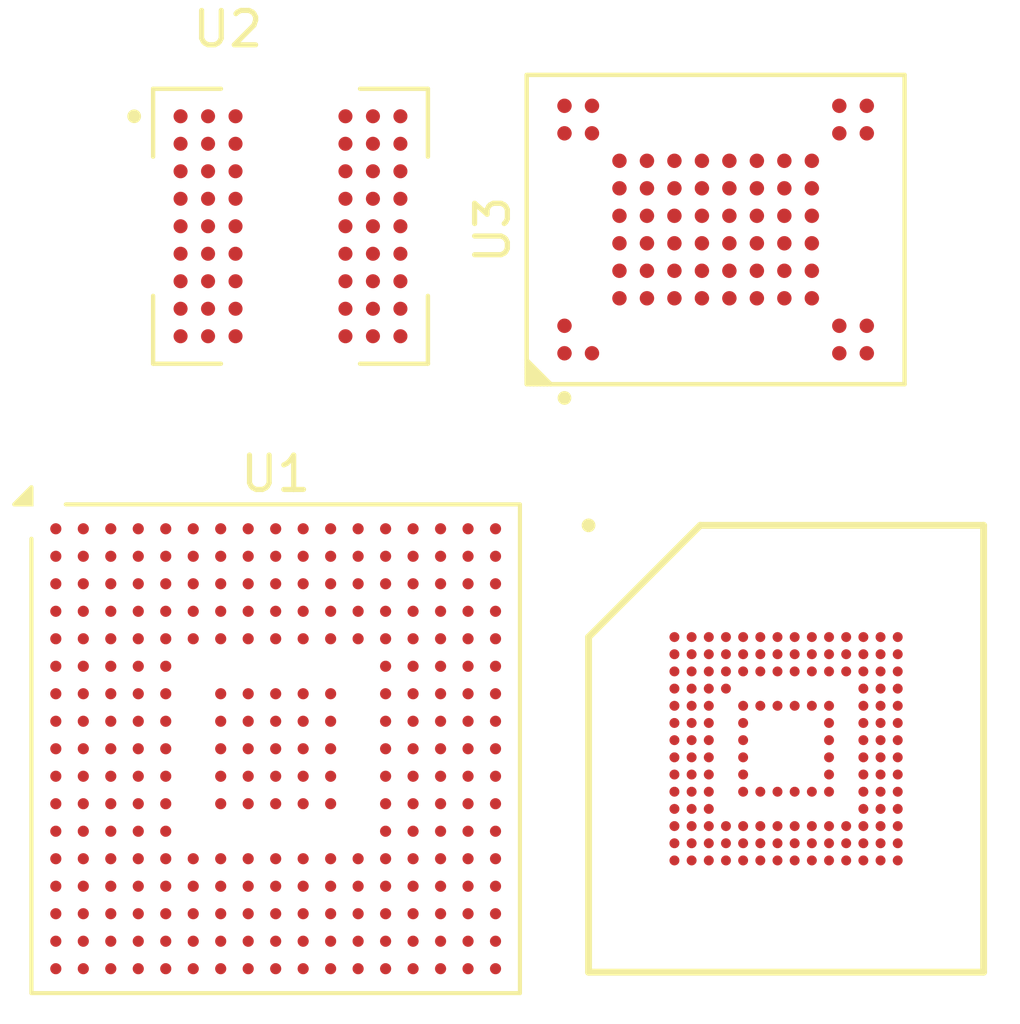
<source format=kicad_pcb>
(kicad_pcb (version 20240108) (generator "pcbnew") (generator_version "8.0")
  (layers (0 "F.Cu" signal) (31 "B.Cu" signal) (34 "B.Paste" user) (35 "F.Paste" user) (36 "B.SilkS" user "B.Silkscreen") (37 "F.SilkS" user "F.Silkscreen") (38 "B.Mask" user) (39 "F.Mask" user) (44 "Edge.Cuts" user))
  (net 0 "")
  (net 189 "GND")
  (net 190 "+3V3")
  (net 191 "Net-(C29-Pad1)")
  (net 192 "Net-(U1C-VCAP)")
  (net 194 "/Memory/FMC_DQMH")
  (net 195 "/Memory/FMC_BA0")
  (net 196 "/Memory/FMC_A5")
  (net 197 "/Memory/FMC_A12")
  (net 198 "/Memory/FMC_DQ2")
  (net 199 "/Memory/FMC_A7")
  (net 200 "/Memory/FMC_DQ15")
  (net 201 "/Memory/FMC_A0")
  (net 202 "/Memory/FMC_DQ5")
  (net 203 "/Memory/FMC_DQ10")
  (net 204 "/Memory/FMC_DQ0")
  (net 205 "/Memory/FMC_CLK")
  (net 206 "/Memory/FMC_A9")
  (net 207 "/Memory/FMC_DQ3")
  (net 208 "/Memory/FMC_A10")
  (net 209 "/Memory/~{FMC_RAS}")
  (net 210 "/Memory/FMC_BA1")
  (net 211 "/Memory/FMC_A2")
  (net 212 "/Memory/FMC_DQ8")
  (net 213 "/Memory/FMC_DQ7")
  (net 214 "/Memory/FMC_A4")
  (net 215 "/Memory/FMC_A8")
  (net 216 "/Memory/FMC_DQ12")
  (net 217 "/Memory/FMC_DQ11")
  (net 218 "/Memory/FMC_DQ6")
  (net 219 "/Memory/FMC_CKE")
  (net 220 "/Memory/FMC_A3")
  (net 221 "/Memory/FMC_DQ1")
  (net 222 "/Memory/FMC_DQML")
  (net 223 "/Memory/~{FMC_WE}")
  (net 224 "/Memory/~{FMC_CAS}")
  (net 225 "/Memory/FMC_A11")
  (net 226 "/Memory/FMC_DQ9")
  (net 227 "/Memory/FMC_DQ14")
  (net 228 "/Memory/FMC_A6")
  (net 229 "/Memory/~{FMC_CS}")
  (net 230 "/Memory/FMC_A1")
  (net 231 "/Memory/FMC_DQ13")
  (net 232 "/Memory/FMC_DQ4")
  (net 235 "/Memory/IO5")
  (net 237 "/Memory/IO6")
  (net 238 "/Memory/IO0")
  (net 239 "/Memory/IO1")
  (net 242 "/Memory/CLE")
  (net 244 "/Memory/~{RB}")
  (net 246 "/Memory/~{WP}")
  (net 247 "/Memory/PT")
  (net 250 "/Memory/~{RE}")
  (net 254 "/Memory/~{WE}")
  (net 260 "/Memory/IO4")
  (net 265 "/Memory/~{CE}")
  (net 268 "/Memory/ALE")
  (net 270 "/Memory/IO7")
  (net 275 "/Memory/IO3")
  (net 286 "/Memory/IO2")
  (net 288 "/Memory/EMMC_DAT4")
  (net 300 "/Memory/EMMC_DAT6")
  (net 303 "/Memory/~{EMMC_RST}")
  (net 314 "/Memory/EMMC_STB")
  (net 322 "/Memory/EMMC_DAT2")
  (net 323 "/Memory/EMMC_DAT1")
  (net 325 "/Memory/EMMC_CMD")
  (net 333 "/Memory/EMMC_DAT5")
  (net 343 "/Memory/EMMC_DAT7")
  (net 388 "/Memory/EMMC_DAT3")
  (net 391 "/Memory/EMMC_CLK")
  (net 406 "/Memory/EMMC_DAT0")
  (footprint "Package_BGA:TFBGA-265_14x14mm_Layout17x17_P0.8mm" (layer "F.Cu") (at 142.926 110.2618)
    (property "Reference" "U1" (at 0 -8 0) (layer "F.SilkS"))
    (property "Value" "STM32H743XIH6" (hide yes))
    (pad "A1" smd circle (at -6.4 -6.4) (size 0.325 0.325) (property pad_prop_bga) (layers "F.Cu" "F.Paste" "F.Mask") (net 189 "GND"))
    (pad "A2" smd circle (at -5.6 -6.4) (size 0.325 0.325) (property pad_prop_bga) (layers "F.Cu" "F.Paste" "F.Mask"))
    (pad "A3" smd circle (at -4.8 -6.4) (size 0.325 0.325) (property pad_prop_bga) (layers "F.Cu" "F.Paste" "F.Mask"))
    (pad "A4" smd circle (at -4 -6.4) (size 0.325 0.325) (property pad_prop_bga) (layers "F.Cu" "F.Paste" "F.Mask"))
    (pad "A5" smd circle (at -3.2 -6.4) (size 0.325 0.325) (property pad_prop_bga) (layers "F.Cu" "F.Paste" "F.Mask"))
    (pad "A6" smd circle (at -2.4 -6.4) (size 0.325 0.325) (property pad_prop_bga) (layers "F.Cu" "F.Paste" "F.Mask") (net 190 "+3V3"))
    (pad "A7" smd circle (at -1.6 -6.4) (size 0.325 0.325) (property pad_prop_bga) (layers "F.Cu" "F.Paste" "F.Mask") (net 191 "Net-(C29-Pad1)"))
    (pad "A8" smd circle (at -0.8 -6.4) (size 0.325 0.325) (property pad_prop_bga) (layers "F.Cu" "F.Paste" "F.Mask"))
    (pad "A9" smd circle (at 0 -6.4) (size 0.325 0.325) (property pad_prop_bga) (layers "F.Cu" "F.Paste" "F.Mask"))
    (pad "A10" smd circle (at 0.8 -6.4) (size 0.325 0.325) (property pad_prop_bga) (layers "F.Cu" "F.Paste" "F.Mask"))
    (pad "A11" smd circle (at 1.6 -6.4) (size 0.325 0.325) (property pad_prop_bga) (layers "F.Cu" "F.Paste" "F.Mask"))
    (pad "A12" smd circle (at 2.4 -6.4) (size 0.325 0.325) (property pad_prop_bga) (layers "F.Cu" "F.Paste" "F.Mask"))
    (pad "A13" smd circle (at 3.2 -6.4) (size 0.325 0.325) (property pad_prop_bga) (layers "F.Cu" "F.Paste" "F.Mask"))
    (pad "A14" smd circle (at 4 -6.4) (size 0.325 0.325) (property pad_prop_bga) (layers "F.Cu" "F.Paste" "F.Mask"))
    (pad "A15" smd circle (at 4.8 -6.4) (size 0.325 0.325) (property pad_prop_bga) (layers "F.Cu" "F.Paste" "F.Mask"))
    (pad "A16" smd circle (at 5.6 -6.4) (size 0.325 0.325) (property pad_prop_bga) (layers "F.Cu" "F.Paste" "F.Mask"))
    (pad "A17" smd circle (at 6.4 -6.4) (size 0.325 0.325) (property pad_prop_bga) (layers "F.Cu" "F.Paste" "F.Mask") (net 189 "GND"))
    (pad "B1" smd circle (at -6.4 -5.6) (size 0.325 0.325) (property pad_prop_bga) (layers "F.Cu" "F.Paste" "F.Mask"))
    (pad "B2" smd circle (at -5.6 -5.6) (size 0.325 0.325) (property pad_prop_bga) (layers "F.Cu" "F.Paste" "F.Mask") (net 189 "GND"))
    (pad "B3" smd circle (at -4.8 -5.6) (size 0.325 0.325) (property pad_prop_bga) (layers "F.Cu" "F.Paste" "F.Mask"))
    (pad "B4" smd circle (at -4 -5.6) (size 0.325 0.325) (property pad_prop_bga) (layers "F.Cu" "F.Paste" "F.Mask"))
    (pad "B5" smd circle (at -3.2 -5.6) (size 0.325 0.325) (property pad_prop_bga) (layers "F.Cu" "F.Paste" "F.Mask"))
    (pad "B6" smd circle (at -2.4 -5.6) (size 0.325 0.325) (property pad_prop_bga) (layers "F.Cu" "F.Paste" "F.Mask") (net 189 "GND"))
    (pad "B7" smd circle (at -1.6 -5.6) (size 0.325 0.325) (property pad_prop_bga) (layers "F.Cu" "F.Paste" "F.Mask"))
    (pad "B8" smd circle (at -0.8 -5.6) (size 0.325 0.325) (property pad_prop_bga) (layers "F.Cu" "F.Paste" "F.Mask"))
    (pad "B9" smd circle (at 0 -5.6) (size 0.325 0.325) (property pad_prop_bga) (layers "F.Cu" "F.Paste" "F.Mask"))
    (pad "B10" smd circle (at 0.8 -5.6) (size 0.325 0.325) (property pad_prop_bga) (layers "F.Cu" "F.Paste" "F.Mask"))
    (pad "B11" smd circle (at 1.6 -5.6) (size 0.325 0.325) (property pad_prop_bga) (layers "F.Cu" "F.Paste" "F.Mask"))
    (pad "B12" smd circle (at 2.4 -5.6) (size 0.325 0.325) (property pad_prop_bga) (layers "F.Cu" "F.Paste" "F.Mask"))
    (pad "B13" smd circle (at 3.2 -5.6) (size 0.325 0.325) (property pad_prop_bga) (layers "F.Cu" "F.Paste" "F.Mask"))
    (pad "B14" smd circle (at 4 -5.6) (size 0.325 0.325) (property pad_prop_bga) (layers "F.Cu" "F.Paste" "F.Mask"))
    (pad "B15" smd circle (at 4.8 -5.6) (size 0.325 0.325) (property pad_prop_bga) (layers "F.Cu" "F.Paste" "F.Mask"))
    (pad "B16" smd circle (at 5.6 -5.6) (size 0.325 0.325) (property pad_prop_bga) (layers "F.Cu" "F.Paste" "F.Mask"))
    (pad "B17" smd circle (at 6.4 -5.6) (size 0.325 0.325) (property pad_prop_bga) (layers "F.Cu" "F.Paste" "F.Mask"))
    (pad "C1" smd circle (at -6.4 -4.8) (size 0.325 0.325) (property pad_prop_bga) (layers "F.Cu" "F.Paste" "F.Mask"))
    (pad "C2" smd circle (at -5.6 -4.8) (size 0.325 0.325) (property pad_prop_bga) (layers "F.Cu" "F.Paste" "F.Mask"))
    (pad "C3" smd circle (at -4.8 -4.8) (size 0.325 0.325) (property pad_prop_bga) (layers "F.Cu" "F.Paste" "F.Mask"))
    (pad "C4" smd circle (at -4 -4.8) (size 0.325 0.325) (property pad_prop_bga) (layers "F.Cu" "F.Paste" "F.Mask"))
    (pad "C5" smd circle (at -3.2 -4.8) (size 0.325 0.325) (property pad_prop_bga) (layers "F.Cu" "F.Paste" "F.Mask"))
    (pad "C6" smd circle (at -2.4 -4.8) (size 0.325 0.325) (property pad_prop_bga) (layers "F.Cu" "F.Paste" "F.Mask"))
    (pad "C7" smd circle (at -1.6 -4.8) (size 0.325 0.325) (property pad_prop_bga) (layers "F.Cu" "F.Paste" "F.Mask"))
    (pad "C8" smd circle (at -0.8 -4.8) (size 0.325 0.325) (property pad_prop_bga) (layers "F.Cu" "F.Paste" "F.Mask"))
    (pad "C9" smd circle (at 0 -4.8) (size 0.325 0.325) (property pad_prop_bga) (layers "F.Cu" "F.Paste" "F.Mask"))
    (pad "C10" smd circle (at 0.8 -4.8) (size 0.325 0.325) (property pad_prop_bga) (layers "F.Cu" "F.Paste" "F.Mask") (net 189 "GND"))
    (pad "C11" smd circle (at 1.6 -4.8) (size 0.325 0.325) (property pad_prop_bga) (layers "F.Cu" "F.Paste" "F.Mask"))
    (pad "C12" smd circle (at 2.4 -4.8) (size 0.325 0.325) (property pad_prop_bga) (layers "F.Cu" "F.Paste" "F.Mask"))
    (pad "C13" smd circle (at 3.2 -4.8) (size 0.325 0.325) (property pad_prop_bga) (layers "F.Cu" "F.Paste" "F.Mask") (net 189 "GND"))
    (pad "C14" smd circle (at 4 -4.8) (size 0.325 0.325) (property pad_prop_bga) (layers "F.Cu" "F.Paste" "F.Mask"))
    (pad "C15" smd circle (at 4.8 -4.8) (size 0.325 0.325) (property pad_prop_bga) (layers "F.Cu" "F.Paste" "F.Mask"))
    (pad "C16" smd circle (at 5.6 -4.8) (size 0.325 0.325) (property pad_prop_bga) (layers "F.Cu" "F.Paste" "F.Mask") (net 189 "GND"))
    (pad "C17" smd circle (at 6.4 -4.8) (size 0.325 0.325) (property pad_prop_bga) (layers "F.Cu" "F.Paste" "F.Mask") (net 190 "+3V3"))
    (pad "D1" smd circle (at -6.4 -4) (size 0.325 0.325) (property pad_prop_bga) (layers "F.Cu" "F.Paste" "F.Mask"))
    (pad "D2" smd circle (at -5.6 -4) (size 0.325 0.325) (property pad_prop_bga) (layers "F.Cu" "F.Paste" "F.Mask"))
    (pad "D3" smd circle (at -4.8 -4) (size 0.325 0.325) (property pad_prop_bga) (layers "F.Cu" "F.Paste" "F.Mask"))
    (pad "D4" smd circle (at -4 -4) (size 0.325 0.325) (property pad_prop_bga) (layers "F.Cu" "F.Paste" "F.Mask"))
    (pad "D5" smd circle (at -3.2 -4) (size 0.325 0.325) (property pad_prop_bga) (layers "F.Cu" "F.Paste" "F.Mask"))
    (pad "D6" smd circle (at -2.4 -4) (size 0.325 0.325) (property pad_prop_bga) (layers "F.Cu" "F.Paste" "F.Mask"))
    (pad "D7" smd circle (at -1.6 -4) (size 0.325 0.325) (property pad_prop_bga) (layers "F.Cu" "F.Paste" "F.Mask"))
    (pad "D8" smd circle (at -0.8 -4) (size 0.325 0.325) (property pad_prop_bga) (layers "F.Cu" "F.Paste" "F.Mask"))
    (pad "D9" smd circle (at 0 -4) (size 0.325 0.325) (property pad_prop_bga) (layers "F.Cu" "F.Paste" "F.Mask"))
    (pad "D10" smd circle (at 0.8 -4) (size 0.325 0.325) (property pad_prop_bga) (layers "F.Cu" "F.Paste" "F.Mask"))
    (pad "D11" smd circle (at 1.6 -4) (size 0.325 0.325) (property pad_prop_bga) (layers "F.Cu" "F.Paste" "F.Mask"))
    (pad "D12" smd circle (at 2.4 -4) (size 0.325 0.325) (property pad_prop_bga) (layers "F.Cu" "F.Paste" "F.Mask"))
    (pad "D13" smd circle (at 3.2 -4) (size 0.325 0.325) (property pad_prop_bga) (layers "F.Cu" "F.Paste" "F.Mask"))
    (pad "D14" smd circle (at 4 -4) (size 0.325 0.325) (property pad_prop_bga) (layers "F.Cu" "F.Paste" "F.Mask"))
    (pad "D15" smd circle (at 4.8 -4) (size 0.325 0.325) (property pad_prop_bga) (layers "F.Cu" "F.Paste" "F.Mask"))
    (pad "D16" smd circle (at 5.6 -4) (size 0.325 0.325) (property pad_prop_bga) (layers "F.Cu" "F.Paste" "F.Mask"))
    (pad "D17" smd circle (at 6.4 -4) (size 0.325 0.325) (property pad_prop_bga) (layers "F.Cu" "F.Paste" "F.Mask") (net 191 "Net-(C29-Pad1)"))
    (pad "E1" smd circle (at -6.4 -3.2) (size 0.325 0.325) (property pad_prop_bga) (layers "F.Cu" "F.Paste" "F.Mask"))
    (pad "E2" smd circle (at -5.6 -3.2) (size 0.325 0.325) (property pad_prop_bga) (layers "F.Cu" "F.Paste" "F.Mask"))
    (pad "E3" smd circle (at -4.8 -3.2) (size 0.325 0.325) (property pad_prop_bga) (layers "F.Cu" "F.Paste" "F.Mask"))
    (pad "E4" smd circle (at -4 -3.2) (size 0.325 0.325) (property pad_prop_bga) (layers "F.Cu" "F.Paste" "F.Mask"))
    (pad "E5" smd circle (at -3.2 -3.2) (size 0.325 0.325) (property pad_prop_bga) (layers "F.Cu" "F.Paste" "F.Mask"))
    (pad "E6" smd circle (at -2.4 -3.2) (size 0.325 0.325) (property pad_prop_bga) (layers "F.Cu" "F.Paste" "F.Mask") (net 190 "+3V3"))
    (pad "E7" smd circle (at -1.6 -3.2) (size 0.325 0.325) (property pad_prop_bga) (layers "F.Cu" "F.Paste" "F.Mask"))
    (pad "E8" smd circle (at -0.8 -3.2) (size 0.325 0.325) (property pad_prop_bga) (layers "F.Cu" "F.Paste" "F.Mask"))
    (pad "E9" smd circle (at 0 -3.2) (size 0.325 0.325) (property pad_prop_bga) (layers "F.Cu" "F.Paste" "F.Mask") (net 190 "+3V3"))
    (pad "E10" smd circle (at 0.8 -3.2) (size 0.325 0.325) (property pad_prop_bga) (layers "F.Cu" "F.Paste" "F.Mask"))
    (pad "E11" smd circle (at 1.6 -3.2) (size 0.325 0.325) (property pad_prop_bga) (layers "F.Cu" "F.Paste" "F.Mask") (net 190 "+3V3"))
    (pad "E12" smd circle (at 2.4 -3.2) (size 0.325 0.325) (property pad_prop_bga) (layers "F.Cu" "F.Paste" "F.Mask"))
    (pad "E13" smd circle (at 3.2 -3.2) (size 0.325 0.325) (property pad_prop_bga) (layers "F.Cu" "F.Paste" "F.Mask"))
    (pad "E14" smd circle (at 4 -3.2) (size 0.325 0.325) (property pad_prop_bga) (layers "F.Cu" "F.Paste" "F.Mask"))
    (pad "E15" smd circle (at 4.8 -3.2) (size 0.325 0.325) (property pad_prop_bga) (layers "F.Cu" "F.Paste" "F.Mask"))
    (pad "E16" smd circle (at 5.6 -3.2) (size 0.325 0.325) (property pad_prop_bga) (layers "F.Cu" "F.Paste" "F.Mask"))
    (pad "E17" smd circle (at 6.4 -3.2) (size 0.325 0.325) (property pad_prop_bga) (layers "F.Cu" "F.Paste" "F.Mask"))
    (pad "F1" smd circle (at -6.4 -2.4) (size 0.325 0.325) (property pad_prop_bga) (layers "F.Cu" "F.Paste" "F.Mask"))
    (pad "F2" smd circle (at -5.6 -2.4) (size 0.325 0.325) (property pad_prop_bga) (layers "F.Cu" "F.Paste" "F.Mask") (net 189 "GND"))
    (pad "F3" smd circle (at -4.8 -2.4) (size 0.325 0.325) (property pad_prop_bga) (layers "F.Cu" "F.Paste" "F.Mask"))
    (pad "F4" smd circle (at -4 -2.4) (size 0.325 0.325) (property pad_prop_bga) (layers "F.Cu" "F.Paste" "F.Mask"))
    (pad "F5" smd circle (at -3.2 -2.4) (size 0.325 0.325) (property pad_prop_bga) (layers "F.Cu" "F.Paste" "F.Mask") (net 190 "+3V3"))
    (pad "F13" smd circle (at 3.2 -2.4) (size 0.325 0.325) (property pad_prop_bga) (layers "F.Cu" "F.Paste" "F.Mask"))
    (pad "F14" smd circle (at 4 -2.4) (size 0.325 0.325) (property pad_prop_bga) (layers "F.Cu" "F.Paste" "F.Mask"))
    (pad "F15" smd circle (at 4.8 -2.4) (size 0.325 0.325) (property pad_prop_bga) (layers "F.Cu" "F.Paste" "F.Mask"))
    (pad "F16" smd circle (at 5.6 -2.4) (size 0.325 0.325) (property pad_prop_bga) (layers "F.Cu" "F.Paste" "F.Mask"))
    (pad "F17" smd circle (at 6.4 -2.4) (size 0.325 0.325) (property pad_prop_bga) (layers "F.Cu" "F.Paste" "F.Mask") (net 190 "+3V3"))
    (pad "G1" smd circle (at -6.4 -1.6) (size 0.325 0.325) (property pad_prop_bga) (layers "F.Cu" "F.Paste" "F.Mask"))
    (pad "G2" smd circle (at -5.6 -1.6) (size 0.325 0.325) (property pad_prop_bga) (layers "F.Cu" "F.Paste" "F.Mask"))
    (pad "G3" smd circle (at -4.8 -1.6) (size 0.325 0.325) (property pad_prop_bga) (layers "F.Cu" "F.Paste" "F.Mask"))
    (pad "G4" smd circle (at -4 -1.6) (size 0.325 0.325) (property pad_prop_bga) (layers "F.Cu" "F.Paste" "F.Mask"))
    (pad "G5" smd circle (at -3.2 -1.6) (size 0.325 0.325) (property pad_prop_bga) (layers "F.Cu" "F.Paste" "F.Mask") (net 190 "+3V3"))
    (pad "G7" smd circle (at -1.6 -1.6) (size 0.325 0.325) (property pad_prop_bga) (layers "F.Cu" "F.Paste" "F.Mask") (net 189 "GND"))
    (pad "G8" smd circle (at -0.8 -1.6) (size 0.325 0.325) (property pad_prop_bga) (layers "F.Cu" "F.Paste" "F.Mask") (net 189 "GND"))
    (pad "G9" smd circle (at 0 -1.6) (size 0.325 0.325) (property pad_prop_bga) (layers "F.Cu" "F.Paste" "F.Mask") (net 189 "GND"))
    (pad "G10" smd circle (at 0.8 -1.6) (size 0.325 0.325) (property pad_prop_bga) (layers "F.Cu" "F.Paste" "F.Mask") (net 189 "GND"))
    (pad "G11" smd circle (at 1.6 -1.6) (size 0.325 0.325) (property pad_prop_bga) (layers "F.Cu" "F.Paste" "F.Mask") (net 189 "GND"))
    (pad "G13" smd circle (at 3.2 -1.6) (size 0.325 0.325) (property pad_prop_bga) (layers "F.Cu" "F.Paste" "F.Mask") (net 190 "+3V3"))
    (pad "G14" smd circle (at 4 -1.6) (size 0.325 0.325) (property pad_prop_bga) (layers "F.Cu" "F.Paste" "F.Mask"))
    (pad "G15" smd circle (at 4.8 -1.6) (size 0.325 0.325) (property pad_prop_bga) (layers "F.Cu" "F.Paste" "F.Mask"))
    (pad "G16" smd circle (at 5.6 -1.6) (size 0.325 0.325) (property pad_prop_bga) (layers "F.Cu" "F.Paste" "F.Mask") (net 189 "GND"))
    (pad "G17" smd circle (at 6.4 -1.6) (size 0.325 0.325) (property pad_prop_bga) (layers "F.Cu" "F.Paste" "F.Mask") (net 190 "+3V3"))
    (pad "H1" smd circle (at -6.4 -0.8) (size 0.325 0.325) (property pad_prop_bga) (layers "F.Cu" "F.Paste" "F.Mask"))
    (pad "H2" smd circle (at -5.6 -0.8) (size 0.325 0.325) (property pad_prop_bga) (layers "F.Cu" "F.Paste" "F.Mask"))
    (pad "H3" smd circle (at -4.8 -0.8) (size 0.325 0.325) (property pad_prop_bga) (layers "F.Cu" "F.Paste" "F.Mask"))
    (pad "H4" smd circle (at -4 -0.8) (size 0.325 0.325) (property pad_prop_bga) (layers "F.Cu" "F.Paste" "F.Mask"))
    (pad "H5" smd circle (at -3.2 -0.8) (size 0.325 0.325) (property pad_prop_bga) (layers "F.Cu" "F.Paste" "F.Mask") (net 190 "+3V3"))
    (pad "H7" smd circle (at -1.6 -0.8) (size 0.325 0.325) (property pad_prop_bga) (layers "F.Cu" "F.Paste" "F.Mask") (net 189 "GND"))
    (pad "H8" smd circle (at -0.8 -0.8) (size 0.325 0.325) (property pad_prop_bga) (layers "F.Cu" "F.Paste" "F.Mask") (net 189 "GND"))
    (pad "H9" smd circle (at 0 -0.8) (size 0.325 0.325) (property pad_prop_bga) (layers "F.Cu" "F.Paste" "F.Mask") (net 189 "GND"))
    (pad "H10" smd circle (at 0.8 -0.8) (size 0.325 0.325) (property pad_prop_bga) (layers "F.Cu" "F.Paste" "F.Mask") (net 189 "GND"))
    (pad "H11" smd circle (at 1.6 -0.8) (size 0.325 0.325) (property pad_prop_bga) (layers "F.Cu" "F.Paste" "F.Mask") (net 189 "GND"))
    (pad "H13" smd circle (at 3.2 -0.8) (size 0.325 0.325) (property pad_prop_bga) (layers "F.Cu" "F.Paste" "F.Mask") (net 190 "+3V3"))
    (pad "H14" smd circle (at 4 -0.8) (size 0.325 0.325) (property pad_prop_bga) (layers "F.Cu" "F.Paste" "F.Mask"))
    (pad "H15" smd circle (at 4.8 -0.8) (size 0.325 0.325) (property pad_prop_bga) (layers "F.Cu" "F.Paste" "F.Mask"))
    (pad "H16" smd circle (at 5.6 -0.8) (size 0.325 0.325) (property pad_prop_bga) (layers "F.Cu" "F.Paste" "F.Mask"))
    (pad "H17" smd circle (at 6.4 -0.8) (size 0.325 0.325) (property pad_prop_bga) (layers "F.Cu" "F.Paste" "F.Mask"))
    (pad "J1" smd circle (at -6.4 0) (size 0.325 0.325) (property pad_prop_bga) (layers "F.Cu" "F.Paste" "F.Mask"))
    (pad "J2" smd circle (at -5.6 0) (size 0.325 0.325) (property pad_prop_bga) (layers "F.Cu" "F.Paste" "F.Mask"))
    (pad "J3" smd circle (at -4.8 0) (size 0.325 0.325) (property pad_prop_bga) (layers "F.Cu" "F.Paste" "F.Mask") (net 189 "GND"))
    (pad "J4" smd circle (at -4 0) (size 0.325 0.325) (property pad_prop_bga) (layers "F.Cu" "F.Paste" "F.Mask"))
    (pad "J5" smd circle (at -3.2 0) (size 0.325 0.325) (property pad_prop_bga) (layers "F.Cu" "F.Paste" "F.Mask"))
    (pad "J7" smd circle (at -1.6 0) (size 0.325 0.325) (property pad_prop_bga) (layers "F.Cu" "F.Paste" "F.Mask") (net 189 "GND"))
    (pad "J8" smd circle (at -0.8 0) (size 0.325 0.325) (property pad_prop_bga) (layers "F.Cu" "F.Paste" "F.Mask") (net 189 "GND"))
    (pad "J9" smd circle (at 0 0) (size 0.325 0.325) (property pad_prop_bga) (layers "F.Cu" "F.Paste" "F.Mask") (net 189 "GND"))
    (pad "J10" smd circle (at 0.8 0) (size 0.325 0.325) (property pad_prop_bga) (layers "F.Cu" "F.Paste" "F.Mask") (net 189 "GND"))
    (pad "J11" smd circle (at 1.6 0) (size 0.325 0.325) (property pad_prop_bga) (layers "F.Cu" "F.Paste" "F.Mask") (net 189 "GND"))
    (pad "J13" smd circle (at 3.2 0) (size 0.325 0.325) (property pad_prop_bga) (layers "F.Cu" "F.Paste" "F.Mask") (net 190 "+3V3"))
    (pad "J14" smd circle (at 4 0) (size 0.325 0.325) (property pad_prop_bga) (layers "F.Cu" "F.Paste" "F.Mask"))
    (pad "J15" smd circle (at 4.8 0) (size 0.325 0.325) (property pad_prop_bga) (layers "F.Cu" "F.Paste" "F.Mask"))
    (pad "J16" smd circle (at 5.6 0) (size 0.325 0.325) (property pad_prop_bga) (layers "F.Cu" "F.Paste" "F.Mask") (net 189 "GND"))
    (pad "J17" smd circle (at 6.4 0) (size 0.325 0.325) (property pad_prop_bga) (layers "F.Cu" "F.Paste" "F.Mask") (net 189 "GND"))
    (pad "K1" smd circle (at -6.4 0.8) (size 0.325 0.325) (property pad_prop_bga) (layers "F.Cu" "F.Paste" "F.Mask"))
    (pad "K2" smd circle (at -5.6 0.8) (size 0.325 0.325) (property pad_prop_bga) (layers "F.Cu" "F.Paste" "F.Mask"))
    (pad "K3" smd circle (at -4.8 0.8) (size 0.325 0.325) (property pad_prop_bga) (layers "F.Cu" "F.Paste" "F.Mask"))
    (pad "K4" smd circle (at -4 0.8) (size 0.325 0.325) (property pad_prop_bga) (layers "F.Cu" "F.Paste" "F.Mask"))
    (pad "K5" smd circle (at -3.2 0.8) (size 0.325 0.325) (property pad_prop_bga) (layers "F.Cu" "F.Paste" "F.Mask") (net 190 "+3V3"))
    (pad "K7" smd circle (at -1.6 0.8) (size 0.325 0.325) (property pad_prop_bga) (layers "F.Cu" "F.Paste" "F.Mask") (net 189 "GND"))
    (pad "K8" smd circle (at -0.8 0.8) (size 0.325 0.325) (property pad_prop_bga) (layers "F.Cu" "F.Paste" "F.Mask") (net 189 "GND"))
    (pad "K9" smd circle (at 0 0.8) (size 0.325 0.325) (property pad_prop_bga) (layers "F.Cu" "F.Paste" "F.Mask") (net 189 "GND"))
    (pad "K10" smd circle (at 0.8 0.8) (size 0.325 0.325) (property pad_prop_bga) (layers "F.Cu" "F.Paste" "F.Mask") (net 189 "GND"))
    (pad "K11" smd circle (at 1.6 0.8) (size 0.325 0.325) (property pad_prop_bga) (layers "F.Cu" "F.Paste" "F.Mask") (net 189 "GND"))
    (pad "K13" smd circle (at 3.2 0.8) (size 0.325 0.325) (property pad_prop_bga) (layers "F.Cu" "F.Paste" "F.Mask") (net 190 "+3V3"))
    (pad "K14" smd circle (at 4 0.8) (size 0.325 0.325) (property pad_prop_bga) (layers "F.Cu" "F.Paste" "F.Mask"))
    (pad "K15" smd circle (at 4.8 0.8) (size 0.325 0.325) (property pad_prop_bga) (layers "F.Cu" "F.Paste" "F.Mask") (net 189 "GND"))
    (pad "K16" smd circle (at 5.6 0.8) (size 0.325 0.325) (property pad_prop_bga) (layers "F.Cu" "F.Paste" "F.Mask"))
    (pad "K17" smd circle (at 6.4 0.8) (size 0.325 0.325) (property pad_prop_bga) (layers "F.Cu" "F.Paste" "F.Mask"))
    (pad "L1" smd circle (at -6.4 1.6) (size 0.325 0.325) (property pad_prop_bga) (layers "F.Cu" "F.Paste" "F.Mask") (net 190 "+3V3"))
    (pad "L2" smd circle (at -5.6 1.6) (size 0.325 0.325) (property pad_prop_bga) (layers "F.Cu" "F.Paste" "F.Mask"))
    (pad "L3" smd circle (at -4.8 1.6) (size 0.325 0.325) (property pad_prop_bga) (layers "F.Cu" "F.Paste" "F.Mask"))
    (pad "L4" smd circle (at -4 1.6) (size 0.325 0.325) (property pad_prop_bga) (layers "F.Cu" "F.Paste" "F.Mask"))
    (pad "L5" smd circle (at -3.2 1.6) (size 0.325 0.325) (property pad_prop_bga) (layers "F.Cu" "F.Paste" "F.Mask") (net 190 "+3V3"))
    (pad "L7" smd circle (at -1.6 1.6) (size 0.325 0.325) (property pad_prop_bga) (layers "F.Cu" "F.Paste" "F.Mask") (net 189 "GND"))
    (pad "L8" smd circle (at -0.8 1.6) (size 0.325 0.325) (property pad_prop_bga) (layers "F.Cu" "F.Paste" "F.Mask") (net 189 "GND"))
    (pad "L9" smd circle (at 0 1.6) (size 0.325 0.325) (property pad_prop_bga) (layers "F.Cu" "F.Paste" "F.Mask") (net 189 "GND"))
    (pad "L10" smd circle (at 0.8 1.6) (size 0.325 0.325) (property pad_prop_bga) (layers "F.Cu" "F.Paste" "F.Mask") (net 189 "GND"))
    (pad "L11" smd circle (at 1.6 1.6) (size 0.325 0.325) (property pad_prop_bga) (layers "F.Cu" "F.Paste" "F.Mask") (net 189 "GND"))
    (pad "L13" smd circle (at 3.2 1.6) (size 0.325 0.325) (property pad_prop_bga) (layers "F.Cu" "F.Paste" "F.Mask") (net 190 "+3V3"))
    (pad "L14" smd circle (at 4 1.6) (size 0.325 0.325) (property pad_prop_bga) (layers "F.Cu" "F.Paste" "F.Mask"))
    (pad "L15" smd circle (at 4.8 1.6) (size 0.325 0.325) (property pad_prop_bga) (layers "F.Cu" "F.Paste" "F.Mask") (net 189 "GND"))
    (pad "L16" smd circle (at 5.6 1.6) (size 0.325 0.325) (property pad_prop_bga) (layers "F.Cu" "F.Paste" "F.Mask"))
    (pad "L17" smd circle (at 6.4 1.6) (size 0.325 0.325) (property pad_prop_bga) (layers "F.Cu" "F.Paste" "F.Mask"))
    (pad "M1" smd circle (at -6.4 2.4) (size 0.325 0.325) (property pad_prop_bga) (layers "F.Cu" "F.Paste" "F.Mask"))
    (pad "M2" smd circle (at -5.6 2.4) (size 0.325 0.325) (property pad_prop_bga) (layers "F.Cu" "F.Paste" "F.Mask"))
    (pad "M3" smd circle (at -4.8 2.4) (size 0.325 0.325) (property pad_prop_bga) (layers "F.Cu" "F.Paste" "F.Mask"))
    (pad "M4" smd circle (at -4 2.4) (size 0.325 0.325) (property pad_prop_bga) (layers "F.Cu" "F.Paste" "F.Mask"))
    (pad "M5" smd circle (at -3.2 2.4) (size 0.325 0.325) (property pad_prop_bga) (layers "F.Cu" "F.Paste" "F.Mask") (net 190 "+3V3"))
    (pad "M13" smd circle (at 3.2 2.4) (size 0.325 0.325) (property pad_prop_bga) (layers "F.Cu" "F.Paste" "F.Mask") (net 190 "+3V3"))
    (pad "M14" smd circle (at 4 2.4) (size 0.325 0.325) (property pad_prop_bga) (layers "F.Cu" "F.Paste" "F.Mask"))
    (pad "M15" smd circle (at 4.8 2.4) (size 0.325 0.325) (property pad_prop_bga) (layers "F.Cu" "F.Paste" "F.Mask") (net 189 "GND"))
    (pad "M16" smd circle (at 5.6 2.4) (size 0.325 0.325) (property pad_prop_bga) (layers "F.Cu" "F.Paste" "F.Mask"))
    (pad "M17" smd circle (at 6.4 2.4) (size 0.325 0.325) (property pad_prop_bga) (layers "F.Cu" "F.Paste" "F.Mask"))
    (pad "N1" smd circle (at -6.4 3.2) (size 0.325 0.325) (property pad_prop_bga) (layers "F.Cu" "F.Paste" "F.Mask"))
    (pad "N2" smd circle (at -5.6 3.2) (size 0.325 0.325) (property pad_prop_bga) (layers "F.Cu" "F.Paste" "F.Mask"))
    (pad "N3" smd circle (at -4.8 3.2) (size 0.325 0.325) (property pad_prop_bga) (layers "F.Cu" "F.Paste" "F.Mask"))
    (pad "N4" smd circle (at -4 3.2) (size 0.325 0.325) (property pad_prop_bga) (layers "F.Cu" "F.Paste" "F.Mask"))
    (pad "N5" smd circle (at -3.2 3.2) (size 0.325 0.325) (property pad_prop_bga) (layers "F.Cu" "F.Paste" "F.Mask"))
    (pad "N6" smd circle (at -2.4 3.2) (size 0.325 0.325) (property pad_prop_bga) (layers "F.Cu" "F.Paste" "F.Mask"))
    (pad "N7" smd circle (at -1.6 3.2) (size 0.325 0.325) (property pad_prop_bga) (layers "F.Cu" "F.Paste" "F.Mask") (net 190 "+3V3"))
    (pad "N8" smd circle (at -0.8 3.2) (size 0.325 0.325) (property pad_prop_bga) (layers "F.Cu" "F.Paste" "F.Mask") (net 190 "+3V3"))
    (pad "N9" smd circle (at 0 3.2) (size 0.325 0.325) (property pad_prop_bga) (layers "F.Cu" "F.Paste" "F.Mask"))
    (pad "N10" smd circle (at 0.8 3.2) (size 0.325 0.325) (property pad_prop_bga) (layers "F.Cu" "F.Paste" "F.Mask") (net 190 "+3V3"))
    (pad "N11" smd circle (at 1.6 3.2) (size 0.325 0.325) (property pad_prop_bga) (layers "F.Cu" "F.Paste" "F.Mask") (net 190 "+3V3"))
    (pad "N12" smd circle (at 2.4 3.2) (size 0.325 0.325) (property pad_prop_bga) (layers "F.Cu" "F.Paste" "F.Mask") (net 190 "+3V3"))
    (pad "N13" smd circle (at 3.2 3.2) (size 0.325 0.325) (property pad_prop_bga) (layers "F.Cu" "F.Paste" "F.Mask"))
    (pad "N14" smd circle (at 4 3.2) (size 0.325 0.325) (property pad_prop_bga) (layers "F.Cu" "F.Paste" "F.Mask"))
    (pad "N15" smd circle (at 4.8 3.2) (size 0.325 0.325) (property pad_prop_bga) (layers "F.Cu" "F.Paste" "F.Mask"))
    (pad "N16" smd circle (at 5.6 3.2) (size 0.325 0.325) (property pad_prop_bga) (layers "F.Cu" "F.Paste" "F.Mask") (net 189 "GND"))
    (pad "N17" smd circle (at 6.4 3.2) (size 0.325 0.325) (property pad_prop_bga) (layers "F.Cu" "F.Paste" "F.Mask"))
    (pad "P1" smd circle (at -6.4 4) (size 0.325 0.325) (property pad_prop_bga) (layers "F.Cu" "F.Paste" "F.Mask") (net 189 "GND"))
    (pad "P2" smd circle (at -5.6 4) (size 0.325 0.325) (property pad_prop_bga) (layers "F.Cu" "F.Paste" "F.Mask"))
    (pad "P3" smd circle (at -4.8 4) (size 0.325 0.325) (property pad_prop_bga) (layers "F.Cu" "F.Paste" "F.Mask"))
    (pad "P4" smd circle (at -4 4) (size 0.325 0.325) (property pad_prop_bga) (layers "F.Cu" "F.Paste" "F.Mask"))
    (pad "P5" smd circle (at -3.2 4) (size 0.325 0.325) (property pad_prop_bga) (layers "F.Cu" "F.Paste" "F.Mask"))
    (pad "P6" smd circle (at -2.4 4) (size 0.325 0.325) (property pad_prop_bga) (layers "F.Cu" "F.Paste" "F.Mask"))
    (pad "P7" smd circle (at -1.6 4) (size 0.325 0.325) (property pad_prop_bga) (layers "F.Cu" "F.Paste" "F.Mask"))
    (pad "P8" smd circle (at -0.8 4) (size 0.325 0.325) (property pad_prop_bga) (layers "F.Cu" "F.Paste" "F.Mask"))
    (pad "P9" smd circle (at 0 4) (size 0.325 0.325) (property pad_prop_bga) (layers "F.Cu" "F.Paste" "F.Mask"))
    (pad "P10" smd circle (at 0.8 4) (size 0.325 0.325) (property pad_prop_bga) (layers "F.Cu" "F.Paste" "F.Mask"))
    (pad "P11" smd circle (at 1.6 4) (size 0.325 0.325) (property pad_prop_bga) (layers "F.Cu" "F.Paste" "F.Mask"))
    (pad "P12" smd circle (at 2.4 4) (size 0.325 0.325) (property pad_prop_bga) (layers "F.Cu" "F.Paste" "F.Mask"))
    (pad "P13" smd circle (at 3.2 4) (size 0.325 0.325) (property pad_prop_bga) (layers "F.Cu" "F.Paste" "F.Mask"))
    (pad "P14" smd circle (at 4 4) (size 0.325 0.325) (property pad_prop_bga) (layers "F.Cu" "F.Paste" "F.Mask"))
    (pad "P15" smd circle (at 4.8 4) (size 0.325 0.325) (property pad_prop_bga) (layers "F.Cu" "F.Paste" "F.Mask"))
    (pad "P16" smd circle (at 5.6 4) (size 0.325 0.325) (property pad_prop_bga) (layers "F.Cu" "F.Paste" "F.Mask"))
    (pad "P17" smd circle (at 6.4 4) (size 0.325 0.325) (property pad_prop_bga) (layers "F.Cu" "F.Paste" "F.Mask") (net 190 "+3V3"))
    (pad "R1" smd circle (at -6.4 4.8) (size 0.325 0.325) (property pad_prop_bga) (layers "F.Cu" "F.Paste" "F.Mask"))
    (pad "R2" smd circle (at -5.6 4.8) (size 0.325 0.325) (property pad_prop_bga) (layers "F.Cu" "F.Paste" "F.Mask"))
    (pad "R3" smd circle (at -4.8 4.8) (size 0.325 0.325) (property pad_prop_bga) (layers "F.Cu" "F.Paste" "F.Mask"))
    (pad "R4" smd circle (at -4 4.8) (size 0.325 0.325) (property pad_prop_bga) (layers "F.Cu" "F.Paste" "F.Mask") (net 189 "GND"))
    (pad "R5" smd circle (at -3.2 4.8) (size 0.325 0.325) (property pad_prop_bga) (layers "F.Cu" "F.Paste" "F.Mask"))
    (pad "R6" smd circle (at -2.4 4.8) (size 0.325 0.325) (property pad_prop_bga) (layers "F.Cu" "F.Paste" "F.Mask"))
    (pad "R7" smd circle (at -1.6 4.8) (size 0.325 0.325) (property pad_prop_bga) (layers "F.Cu" "F.Paste" "F.Mask"))
    (pad "R8" smd circle (at -0.8 4.8) (size 0.325 0.325) (property pad_prop_bga) (layers "F.Cu" "F.Paste" "F.Mask") (net 189 "GND"))
    (pad "R9" smd circle (at 0 4.8) (size 0.325 0.325) (property pad_prop_bga) (layers "F.Cu" "F.Paste" "F.Mask"))
    (pad "R10" smd circle (at 0.8 4.8) (size 0.325 0.325) (property pad_prop_bga) (layers "F.Cu" "F.Paste" "F.Mask"))
    (pad "R11" smd circle (at 1.6 4.8) (size 0.325 0.325) (property pad_prop_bga) (layers "F.Cu" "F.Paste" "F.Mask"))
    (pad "R12" smd circle (at 2.4 4.8) (size 0.325 0.325) (property pad_prop_bga) (layers "F.Cu" "F.Paste" "F.Mask"))
    (pad "R13" smd circle (at 3.2 4.8) (size 0.325 0.325) (property pad_prop_bga) (layers "F.Cu" "F.Paste" "F.Mask"))
    (pad "R14" smd circle (at 4 4.8) (size 0.325 0.325) (property pad_prop_bga) (layers "F.Cu" "F.Paste" "F.Mask"))
    (pad "R15" smd circle (at 4.8 4.8) (size 0.325 0.325) (property pad_prop_bga) (layers "F.Cu" "F.Paste" "F.Mask"))
    (pad "R16" smd circle (at 5.6 4.8) (size 0.325 0.325) (property pad_prop_bga) (layers "F.Cu" "F.Paste" "F.Mask"))
    (pad "R17" smd circle (at 6.4 4.8) (size 0.325 0.325) (property pad_prop_bga) (layers "F.Cu" "F.Paste" "F.Mask"))
    (pad "T1" smd circle (at -6.4 5.6) (size 0.325 0.325) (property pad_prop_bga) (layers "F.Cu" "F.Paste" "F.Mask"))
    (pad "T2" smd circle (at -5.6 5.6) (size 0.325 0.325) (property pad_prop_bga) (layers "F.Cu" "F.Paste" "F.Mask"))
    (pad "T3" smd circle (at -4.8 5.6) (size 0.325 0.325) (property pad_prop_bga) (layers "F.Cu" "F.Paste" "F.Mask"))
    (pad "T4" smd circle (at -4 5.6) (size 0.325 0.325) (property pad_prop_bga) (layers "F.Cu" "F.Paste" "F.Mask"))
    (pad "T5" smd circle (at -3.2 5.6) (size 0.325 0.325) (property pad_prop_bga) (layers "F.Cu" "F.Paste" "F.Mask"))
    (pad "T6" smd circle (at -2.4 5.6) (size 0.325 0.325) (property pad_prop_bga) (layers "F.Cu" "F.Paste" "F.Mask"))
    (pad "T7" smd circle (at -1.6 5.6) (size 0.325 0.325) (property pad_prop_bga) (layers "F.Cu" "F.Paste" "F.Mask"))
    (pad "T8" smd circle (at -0.8 5.6) (size 0.325 0.325) (property pad_prop_bga) (layers "F.Cu" "F.Paste" "F.Mask"))
    (pad "T9" smd circle (at 0 5.6) (size 0.325 0.325) (property pad_prop_bga) (layers "F.Cu" "F.Paste" "F.Mask"))
    (pad "T10" smd circle (at 0.8 5.6) (size 0.325 0.325) (property pad_prop_bga) (layers "F.Cu" "F.Paste" "F.Mask"))
    (pad "T11" smd circle (at 1.6 5.6) (size 0.325 0.325) (property pad_prop_bga) (layers "F.Cu" "F.Paste" "F.Mask"))
    (pad "T12" smd circle (at 2.4 5.6) (size 0.325 0.325) (property pad_prop_bga) (layers "F.Cu" "F.Paste" "F.Mask") (net 189 "GND"))
    (pad "T13" smd circle (at 3.2 5.6) (size 0.325 0.325) (property pad_prop_bga) (layers "F.Cu" "F.Paste" "F.Mask"))
    (pad "T14" smd circle (at 4 5.6) (size 0.325 0.325) (property pad_prop_bga) (layers "F.Cu" "F.Paste" "F.Mask"))
    (pad "T15" smd circle (at 4.8 5.6) (size 0.325 0.325) (property pad_prop_bga) (layers "F.Cu" "F.Paste" "F.Mask"))
    (pad "T16" smd circle (at 5.6 5.6) (size 0.325 0.325) (property pad_prop_bga) (layers "F.Cu" "F.Paste" "F.Mask"))
    (pad "T17" smd circle (at 6.4 5.6) (size 0.325 0.325) (property pad_prop_bga) (layers "F.Cu" "F.Paste" "F.Mask"))
    (pad "U1" smd circle (at -6.4 6.4) (size 0.325 0.325) (property pad_prop_bga) (layers "F.Cu" "F.Paste" "F.Mask") (net 189 "GND"))
    (pad "U2" smd circle (at -5.6 6.4) (size 0.325 0.325) (property pad_prop_bga) (layers "F.Cu" "F.Paste" "F.Mask"))
    (pad "U3" smd circle (at -4.8 6.4) (size 0.325 0.325) (property pad_prop_bga) (layers "F.Cu" "F.Paste" "F.Mask"))
    (pad "U4" smd circle (at -4 6.4) (size 0.325 0.325) (property pad_prop_bga) (layers "F.Cu" "F.Paste" "F.Mask"))
    (pad "U5" smd circle (at -3.2 6.4) (size 0.325 0.325) (property pad_prop_bga) (layers "F.Cu" "F.Paste" "F.Mask"))
    (pad "U6" smd circle (at -2.4 6.4) (size 0.325 0.325) (property pad_prop_bga) (layers "F.Cu" "F.Paste" "F.Mask"))
    (pad "U7" smd circle (at -1.6 6.4) (size 0.325 0.325) (property pad_prop_bga) (layers "F.Cu" "F.Paste" "F.Mask"))
    (pad "U8" smd circle (at -0.8 6.4) (size 0.325 0.325) (property pad_prop_bga) (layers "F.Cu" "F.Paste" "F.Mask"))
    (pad "U9" smd circle (at 0 6.4) (size 0.325 0.325) (property pad_prop_bga) (layers "F.Cu" "F.Paste" "F.Mask"))
    (pad "U10" smd circle (at 0.8 6.4) (size 0.325 0.325) (property pad_prop_bga) (layers "F.Cu" "F.Paste" "F.Mask"))
    (pad "U11" smd circle (at 1.6 6.4) (size 0.325 0.325) (property pad_prop_bga) (layers "F.Cu" "F.Paste" "F.Mask") (net 192 "Net-(U1C-VCAP)"))
    (pad "U12" smd circle (at 2.4 6.4) (size 0.325 0.325) (property pad_prop_bga) (layers "F.Cu" "F.Paste" "F.Mask") (net 190 "+3V3"))
    (pad "U13" smd circle (at 3.2 6.4) (size 0.325 0.325) (property pad_prop_bga) (layers "F.Cu" "F.Paste" "F.Mask"))
    (pad "U14" smd circle (at 4 6.4) (size 0.325 0.325) (property pad_prop_bga) (layers "F.Cu" "F.Paste" "F.Mask"))
    (pad "U15" smd circle (at 4.8 6.4) (size 0.325 0.325) (property pad_prop_bga) (layers "F.Cu" "F.Paste" "F.Mask"))
    (pad "U16" smd circle (at 5.6 6.4) (size 0.325 0.325) (property pad_prop_bga) (layers "F.Cu" "F.Paste" "F.Mask"))
    (pad "U17" smd circle (at 6.4 6.4) (size 0.325 0.325) (property pad_prop_bga) (layers "F.Cu" "F.Paste" "F.Mask") (net 189 "GND"))
  )
  (footprint "KLM8G1GETF-B0410:BGA153C50P14X14_1150X1300X80" (layer "F.Cu") (at 157.7842 110.2618)
    (property "Reference" "U4" (hide yes))
    (property "Value" "KLM8G1GETF-B041" (hide yes))
    (pad "A1" smd circle (at -3.25 -3.25 90) (size 0.29 0.29) (layers "F.Cu" "F.Paste" "F.Mask"))
    (pad "A2" smd circle (at -2.75 -3.25 90) (size 0.29 0.29) (layers "F.Cu" "F.Paste" "F.Mask"))
    (pad "A3" smd circle (at -2.25 -3.25 90) (size 0.29 0.29) (layers "F.Cu" "F.Paste" "F.Mask") (net 406 "/Memory/EMMC_DAT0"))
    (pad "A4" smd circle (at -1.75 -3.25 90) (size 0.29 0.29) (layers "F.Cu" "F.Paste" "F.Mask") (net 323 "/Memory/EMMC_DAT1"))
    (pad "A5" smd circle (at -1.25 -3.25 90) (size 0.29 0.29) (layers "F.Cu" "F.Paste" "F.Mask") (net 322 "/Memory/EMMC_DAT2"))
    (pad "A6" smd circle (at -0.75 -3.25 90) (size 0.29 0.29) (layers "F.Cu" "F.Paste" "F.Mask") (net 189 "GND"))
    (pad "A7" smd circle (at -0.25 -3.25 90) (size 0.29 0.29) (layers "F.Cu" "F.Paste" "F.Mask"))
    (pad "A8" smd circle (at 0.25 -3.25 90) (size 0.29 0.29) (layers "F.Cu" "F.Paste" "F.Mask"))
    (pad "A9" smd circle (at 0.75 -3.25 90) (size 0.29 0.29) (layers "F.Cu" "F.Paste" "F.Mask"))
    (pad "A10" smd circle (at 1.25 -3.25 90) (size 0.29 0.29) (layers "F.Cu" "F.Paste" "F.Mask"))
    (pad "A11" smd circle (at 1.75 -3.25 90) (size 0.29 0.29) (layers "F.Cu" "F.Paste" "F.Mask"))
    (pad "A12" smd circle (at 2.25 -3.25 90) (size 0.29 0.29) (layers "F.Cu" "F.Paste" "F.Mask"))
    (pad "A13" smd circle (at 2.75 -3.25 90) (size 0.29 0.29) (layers "F.Cu" "F.Paste" "F.Mask"))
    (pad "A14" smd circle (at 3.25 -3.25 90) (size 0.29 0.29) (layers "F.Cu" "F.Paste" "F.Mask"))
    (pad "B1" smd circle (at -3.25 -2.75 90) (size 0.29 0.29) (layers "F.Cu" "F.Paste" "F.Mask"))
    (pad "B2" smd circle (at -2.75 -2.75 90) (size 0.29 0.29) (layers "F.Cu" "F.Paste" "F.Mask") (net 388 "/Memory/EMMC_DAT3"))
    (pad "B3" smd circle (at -2.25 -2.75 90) (size 0.29 0.29) (layers "F.Cu" "F.Paste" "F.Mask") (net 288 "/Memory/EMMC_DAT4"))
    (pad "B4" smd circle (at -1.75 -2.75 90) (size 0.29 0.29) (layers "F.Cu" "F.Paste" "F.Mask") (net 333 "/Memory/EMMC_DAT5"))
    (pad "B5" smd circle (at -1.25 -2.75 90) (size 0.29 0.29) (layers "F.Cu" "F.Paste" "F.Mask") (net 300 "/Memory/EMMC_DAT6"))
    (pad "B6" smd circle (at -0.75 -2.75 90) (size 0.29 0.29) (layers "F.Cu" "F.Paste" "F.Mask") (net 343 "/Memory/EMMC_DAT7"))
    (pad "B7" smd circle (at -0.25 -2.75 90) (size 0.29 0.29) (layers "F.Cu" "F.Paste" "F.Mask"))
    (pad "B8" smd circle (at 0.25 -2.75 90) (size 0.29 0.29) (layers "F.Cu" "F.Paste" "F.Mask"))
    (pad "B9" smd circle (at 0.75 -2.75 90) (size 0.29 0.29) (layers "F.Cu" "F.Paste" "F.Mask"))
    (pad "B10" smd circle (at 1.25 -2.75 90) (size 0.29 0.29) (layers "F.Cu" "F.Paste" "F.Mask"))
    (pad "B11" smd circle (at 1.75 -2.75 90) (size 0.29 0.29) (layers "F.Cu" "F.Paste" "F.Mask"))
    (pad "B12" smd circle (at 2.25 -2.75 90) (size 0.29 0.29) (layers "F.Cu" "F.Paste" "F.Mask"))
    (pad "B13" smd circle (at 2.75 -2.75 90) (size 0.29 0.29) (layers "F.Cu" "F.Paste" "F.Mask"))
    (pad "B14" smd circle (at 3.25 -2.75 90) (size 0.29 0.29) (layers "F.Cu" "F.Paste" "F.Mask"))
    (pad "C1" smd circle (at -3.25 -2.25 90) (size 0.29 0.29) (layers "F.Cu" "F.Paste" "F.Mask"))
    (pad "C2" smd circle (at -2.75 -2.25 90) (size 0.29 0.29) (layers "F.Cu" "F.Paste" "F.Mask") (net 190 "+3V3"))
    (pad "C3" smd circle (at -2.25 -2.25 90) (size 0.29 0.29) (layers "F.Cu" "F.Paste" "F.Mask"))
    (pad "C4" smd circle (at -1.75 -2.25 90) (size 0.29 0.29) (layers "F.Cu" "F.Paste" "F.Mask") (net 189 "GND"))
    (pad "C5" smd circle (at -1.25 -2.25 90) (size 0.29 0.29) (layers "F.Cu" "F.Paste" "F.Mask"))
    (pad "C6" smd circle (at -0.75 -2.25 90) (size 0.29 0.29) (layers "F.Cu" "F.Paste" "F.Mask") (net 190 "+3V3"))
    (pad "C7" smd circle (at -0.25 -2.25 90) (size 0.29 0.29) (layers "F.Cu" "F.Paste" "F.Mask"))
    (pad "C8" smd circle (at 0.25 -2.25 90) (size 0.29 0.29) (layers "F.Cu" "F.Paste" "F.Mask"))
    (pad "C9" smd circle (at 0.75 -2.25 90) (size 0.29 0.29) (layers "F.Cu" "F.Paste" "F.Mask"))
    (pad "C10" smd circle (at 1.25 -2.25 90) (size 0.29 0.29) (layers "F.Cu" "F.Paste" "F.Mask"))
    (pad "C11" smd circle (at 1.75 -2.25 90) (size 0.29 0.29) (layers "F.Cu" "F.Paste" "F.Mask"))
    (pad "C12" smd circle (at 2.25 -2.25 90) (size 0.29 0.29) (layers "F.Cu" "F.Paste" "F.Mask"))
    (pad "C13" smd circle (at 2.75 -2.25 90) (size 0.29 0.29) (layers "F.Cu" "F.Paste" "F.Mask"))
    (pad "C14" smd circle (at 3.25 -2.25 90) (size 0.29 0.29) (layers "F.Cu" "F.Paste" "F.Mask"))
    (pad "D1" smd circle (at -3.25 -1.75 90) (size 0.29 0.29) (layers "F.Cu" "F.Paste" "F.Mask"))
    (pad "D2" smd circle (at -2.75 -1.75 90) (size 0.29 0.29) (layers "F.Cu" "F.Paste" "F.Mask"))
    (pad "D3" smd circle (at -2.25 -1.75 90) (size 0.29 0.29) (layers "F.Cu" "F.Paste" "F.Mask"))
    (pad "D4" smd circle (at -1.75 -1.75 90) (size 0.29 0.29) (layers "F.Cu" "F.Paste" "F.Mask"))
    (pad "D12" smd circle (at 2.25 -1.75 90) (size 0.29 0.29) (layers "F.Cu" "F.Paste" "F.Mask"))
    (pad "D13" smd circle (at 2.75 -1.75 90) (size 0.29 0.29) (layers "F.Cu" "F.Paste" "F.Mask"))
    (pad "D14" smd circle (at 3.25 -1.75 90) (size 0.29 0.29) (layers "F.Cu" "F.Paste" "F.Mask"))
    (pad "E1" smd circle (at -3.25 -1.25 90) (size 0.29 0.29) (layers "F.Cu" "F.Paste" "F.Mask"))
    (pad "E2" smd circle (at -2.75 -1.25 90) (size 0.29 0.29) (layers "F.Cu" "F.Paste" "F.Mask"))
    (pad "E3" smd circle (at -2.25 -1.25 90) (size 0.29 0.29) (layers "F.Cu" "F.Paste" "F.Mask"))
    (pad "E5" smd circle (at -1.25 -1.25 90) (size 0.29 0.29) (layers "F.Cu" "F.Paste" "F.Mask"))
    (pad "E6" smd circle (at -0.75 -1.25 90) (size 0.29 0.29) (layers "F.Cu" "F.Paste" "F.Mask") (net 190 "+3V3"))
    (pad "E7" smd circle (at -0.25 -1.25 90) (size 0.29 0.29) (layers "F.Cu" "F.Paste" "F.Mask") (net 189 "GND"))
    (pad "E8" smd circle (at 0.25 -1.25 90) (size 0.29 0.29) (layers "F.Cu" "F.Paste" "F.Mask"))
    (pad "E9" smd circle (at 0.75 -1.25 90) (size 0.29 0.29) (layers "F.Cu" "F.Paste" "F.Mask"))
    (pad "E10" smd circle (at 1.25 -1.25 90) (size 0.29 0.29) (layers "F.Cu" "F.Paste" "F.Mask"))
    (pad "E12" smd circle (at 2.25 -1.25 90) (size 0.29 0.29) (layers "F.Cu" "F.Paste" "F.Mask"))
    (pad "E13" smd circle (at 2.75 -1.25 90) (size 0.29 0.29) (layers "F.Cu" "F.Paste" "F.Mask"))
    (pad "E14" smd circle (at 3.25 -1.25 90) (size 0.29 0.29) (layers "F.Cu" "F.Paste" "F.Mask"))
    (pad "F1" smd circle (at -3.25 -0.75 90) (size 0.29 0.29) (layers "F.Cu" "F.Paste" "F.Mask"))
    (pad "F2" smd circle (at -2.75 -0.75 90) (size 0.29 0.29) (layers "F.Cu" "F.Paste" "F.Mask"))
    (pad "F3" smd circle (at -2.25 -0.75 90) (size 0.29 0.29) (layers "F.Cu" "F.Paste" "F.Mask"))
    (pad "F5" smd circle (at -1.25 -0.75 90) (size 0.29 0.29) (layers "F.Cu" "F.Paste" "F.Mask") (net 190 "+3V3"))
    (pad "F10" smd circle (at 1.25 -0.75 90) (size 0.29 0.29) (layers "F.Cu" "F.Paste" "F.Mask"))
    (pad "F12" smd circle (at 2.25 -0.75 90) (size 0.29 0.29) (layers "F.Cu" "F.Paste" "F.Mask"))
    (pad "F13" smd circle (at 2.75 -0.75 90) (size 0.29 0.29) (layers "F.Cu" "F.Paste" "F.Mask"))
    (pad "F14" smd circle (at 3.25 -0.75 90) (size 0.29 0.29) (layers "F.Cu" "F.Paste" "F.Mask"))
    (pad "G1" smd circle (at -3.25 -0.25 90) (size 0.29 0.29) (layers "F.Cu" "F.Paste" "F.Mask"))
    (pad "G2" smd circle (at -2.75 -0.25 90) (size 0.29 0.29) (layers "F.Cu" "F.Paste" "F.Mask"))
    (pad "G3" smd circle (at -2.25 -0.25 90) (size 0.29 0.29) (layers "F.Cu" "F.Paste" "F.Mask"))
    (pad "G5" smd circle (at -1.25 -0.25 90) (size 0.29 0.29) (layers "F.Cu" "F.Paste" "F.Mask") (net 189 "GND"))
    (pad "G10" smd circle (at 1.25 -0.25 90) (size 0.29 0.29) (layers "F.Cu" "F.Paste" "F.Mask"))
    (pad "G12" smd circle (at 2.25 -0.25 90) (size 0.29 0.29) (layers "F.Cu" "F.Paste" "F.Mask"))
    (pad "G13" smd circle (at 2.75 -0.25 90) (size 0.29 0.29) (layers "F.Cu" "F.Paste" "F.Mask"))
    (pad "G14" smd circle (at 3.25 -0.25 90) (size 0.29 0.29) (layers "F.Cu" "F.Paste" "F.Mask"))
    (pad "H1" smd circle (at -3.25 0.25 90) (size 0.29 0.29) (layers "F.Cu" "F.Paste" "F.Mask"))
    (pad "H2" smd circle (at -2.75 0.25 90) (size 0.29 0.29) (layers "F.Cu" "F.Paste" "F.Mask"))
    (pad "H3" smd circle (at -2.25 0.25 90) (size 0.29 0.29) (layers "F.Cu" "F.Paste" "F.Mask"))
    (pad "H5" smd circle (at -1.25 0.25 90) (size 0.29 0.29) (layers "F.Cu" "F.Paste" "F.Mask") (net 314 "/Memory/EMMC_STB"))
    (pad "H10" smd circle (at 1.25 0.25 90) (size 0.29 0.29) (layers "F.Cu" "F.Paste" "F.Mask") (net 189 "GND"))
    (pad "H12" smd circle (at 2.25 0.25 90) (size 0.29 0.29) (layers "F.Cu" "F.Paste" "F.Mask"))
    (pad "H13" smd circle (at 2.75 0.25 90) (size 0.29 0.29) (layers "F.Cu" "F.Paste" "F.Mask"))
    (pad "H14" smd circle (at 3.25 0.25 90) (size 0.29 0.29) (layers "F.Cu" "F.Paste" "F.Mask"))
    (pad "J1" smd circle (at -3.25 0.75 90) (size 0.29 0.29) (layers "F.Cu" "F.Paste" "F.Mask"))
    (pad "J2" smd circle (at -2.75 0.75 90) (size 0.29 0.29) (layers "F.Cu" "F.Paste" "F.Mask"))
    (pad "J3" smd circle (at -2.25 0.75 90) (size 0.29 0.29) (layers "F.Cu" "F.Paste" "F.Mask"))
    (pad "J5" smd circle (at -1.25 0.75 90) (size 0.29 0.29) (layers "F.Cu" "F.Paste" "F.Mask") (net 189 "GND"))
    (pad "J10" smd circle (at 1.25 0.75 90) (size 0.29 0.29) (layers "F.Cu" "F.Paste" "F.Mask") (net 190 "+3V3"))
    (pad "J12" smd circle (at 2.25 0.75 90) (size 0.29 0.29) (layers "F.Cu" "F.Paste" "F.Mask"))
    (pad "J13" smd circle (at 2.75 0.75 90) (size 0.29 0.29) (layers "F.Cu" "F.Paste" "F.Mask"))
    (pad "J14" smd circle (at 3.25 0.75 90) (size 0.29 0.29) (layers "F.Cu" "F.Paste" "F.Mask"))
    (pad "K1" smd circle (at -3.25 1.25 90) (size 0.29 0.29) (layers "F.Cu" "F.Paste" "F.Mask"))
    (pad "K2" smd circle (at -2.75 1.25 90) (size 0.29 0.29) (layers "F.Cu" "F.Paste" "F.Mask"))
    (pad "K3" smd circle (at -2.25 1.25 90) (size 0.29 0.29) (layers "F.Cu" "F.Paste" "F.Mask"))
    (pad "K5" smd circle (at -1.25 1.25 90) (size 0.29 0.29) (layers "F.Cu" "F.Paste" "F.Mask") (net 303 "/Memory/~{EMMC_RST}"))
    (pad "K6" smd circle (at -0.75 1.25 90) (size 0.29 0.29) (layers "F.Cu" "F.Paste" "F.Mask"))
    (pad "K7" smd circle (at -0.25 1.25 90) (size 0.29 0.29) (layers "F.Cu" "F.Paste" "F.Mask"))
    (pad "K8" smd circle (at 0.25 1.25 90) (size 0.29 0.29) (layers "F.Cu" "F.Paste" "F.Mask") (net 189 "GND"))
    (pad "K9" smd circle (at 0.75 1.25 90) (size 0.29 0.29) (layers "F.Cu" "F.Paste" "F.Mask") (net 190 "+3V3"))
    (pad "K10" smd circle (at 1.25 1.25 90) (size 0.29 0.29) (layers "F.Cu" "F.Paste" "F.Mask"))
    (pad "K12" smd circle (at 2.25 1.25 90) (size 0.29 0.29) (layers "F.Cu" "F.Paste" "F.Mask"))
    (pad "K13" smd circle (at 2.75 1.25 90) (size 0.29 0.29) (layers "F.Cu" "F.Paste" "F.Mask"))
    (pad "K14" smd circle (at 3.25 1.25 90) (size 0.29 0.29) (layers "F.Cu" "F.Paste" "F.Mask"))
    (pad "L1" smd circle (at -3.25 1.75 90) (size 0.29 0.29) (layers "F.Cu" "F.Paste" "F.Mask"))
    (pad "L2" smd circle (at -2.75 1.75 90) (size 0.29 0.29) (layers "F.Cu" "F.Paste" "F.Mask"))
    (pad "L3" smd circle (at -2.25 1.75 90) (size 0.29 0.29) (layers "F.Cu" "F.Paste" "F.Mask"))
    (pad "L12" smd circle (at 2.25 1.75 90) (size 0.29 0.29) (layers "F.Cu" "F.Paste" "F.Mask"))
    (pad "L13" smd circle (at 2.75 1.75 90) (size 0.29 0.29) (layers "F.Cu" "F.Paste" "F.Mask"))
    (pad "L14" smd circle (at 3.25 1.75 90) (size 0.29 0.29) (layers "F.Cu" "F.Paste" "F.Mask"))
    (pad "M1" smd circle (at -3.25 2.25 90) (size 0.29 0.29) (layers "F.Cu" "F.Paste" "F.Mask"))
    (pad "M2" smd circle (at -2.75 2.25 90) (size 0.29 0.29) (layers "F.Cu" "F.Paste" "F.Mask"))
    (pad "M3" smd circle (at -2.25 2.25 90) (size 0.29 0.29) (layers "F.Cu" "F.Paste" "F.Mask"))
    (pad "M4" smd circle (at -1.75 2.25 90) (size 0.29 0.29) (layers "F.Cu" "F.Paste" "F.Mask") (net 190 "+3V3"))
    (pad "M5" smd circle (at -1.25 2.25 90) (size 0.29 0.29) (layers "F.Cu" "F.Paste" "F.Mask") (net 325 "/Memory/EMMC_CMD"))
    (pad "M6" smd circle (at -0.75 2.25 90) (size 0.29 0.29) (layers "F.Cu" "F.Paste" "F.Mask") (net 391 "/Memory/EMMC_CLK"))
    (pad "M7" smd circle (at -0.25 2.25 90) (size 0.29 0.29) (layers "F.Cu" "F.Paste" "F.Mask"))
    (pad "M8" smd circle (at 0.25 2.25 90) (size 0.29 0.29) (layers "F.Cu" "F.Paste" "F.Mask"))
    (pad "M9" smd circle (at 0.75 2.25 90) (size 0.29 0.29) (layers "F.Cu" "F.Paste" "F.Mask"))
    (pad "M10" smd circle (at 1.25 2.25 90) (size 0.29 0.29) (layers "F.Cu" "F.Paste" "F.Mask"))
    (pad "M11" smd circle (at 1.75 2.25 90) (size 0.29 0.29) (layers "F.Cu" "F.Paste" "F.Mask"))
    (pad "M12" smd circle (at 2.25 2.25 90) (size 0.29 0.29) (layers "F.Cu" "F.Paste" "F.Mask"))
    (pad "M13" smd circle (at 2.75 2.25 90) (size 0.29 0.29) (layers "F.Cu" "F.Paste" "F.Mask"))
    (pad "M14" smd circle (at 3.25 2.25 90) (size 0.29 0.29) (layers "F.Cu" "F.Paste" "F.Mask"))
    (pad "N1" smd circle (at -3.25 2.75 90) (size 0.29 0.29) (layers "F.Cu" "F.Paste" "F.Mask"))
    (pad "N2" smd circle (at -2.75 2.75 90) (size 0.29 0.29) (layers "F.Cu" "F.Paste" "F.Mask") (net 189 "GND"))
    (pad "N3" smd circle (at -2.25 2.75 90) (size 0.29 0.29) (layers "F.Cu" "F.Paste" "F.Mask"))
    (pad "N4" smd circle (at -1.75 2.75 90) (size 0.29 0.29) (layers "F.Cu" "F.Paste" "F.Mask") (net 190 "+3V3"))
    (pad "N5" smd circle (at -1.25 2.75 90) (size 0.29 0.29) (layers "F.Cu" "F.Paste" "F.Mask") (net 189 "GND"))
    (pad "N6" smd circle (at -0.75 2.75 90) (size 0.29 0.29) (layers "F.Cu" "F.Paste" "F.Mask"))
    (pad "N7" smd circle (at -0.25 2.75 90) (size 0.29 0.29) (layers "F.Cu" "F.Paste" "F.Mask"))
    (pad "N8" smd circle (at 0.25 2.75 90) (size 0.29 0.29) (layers "F.Cu" "F.Paste" "F.Mask"))
    (pad "N9" smd circle (at 0.75 2.75 90) (size 0.29 0.29) (layers "F.Cu" "F.Paste" "F.Mask"))
    (pad "N10" smd circle (at 1.25 2.75 90) (size 0.29 0.29) (layers "F.Cu" "F.Paste" "F.Mask"))
    (pad "N11" smd circle (at 1.75 2.75 90) (size 0.29 0.29) (layers "F.Cu" "F.Paste" "F.Mask"))
    (pad "N12" smd circle (at 2.25 2.75 90) (size 0.29 0.29) (layers "F.Cu" "F.Paste" "F.Mask"))
    (pad "N13" smd circle (at 2.75 2.75 90) (size 0.29 0.29) (layers "F.Cu" "F.Paste" "F.Mask"))
    (pad "N14" smd circle (at 3.25 2.75 90) (size 0.29 0.29) (layers "F.Cu" "F.Paste" "F.Mask"))
    (pad "P1" smd circle (at -3.25 3.25 90) (size 0.29 0.29) (layers "F.Cu" "F.Paste" "F.Mask"))
    (pad "P2" smd circle (at -2.75 3.25 90) (size 0.29 0.29) (layers "F.Cu" "F.Paste" "F.Mask"))
    (pad "P3" smd circle (at -2.25 3.25 90) (size 0.29 0.29) (layers "F.Cu" "F.Paste" "F.Mask") (net 190 "+3V3"))
    (pad "P4" smd circle (at -1.75 3.25 90) (size 0.29 0.29) (layers "F.Cu" "F.Paste" "F.Mask") (net 189 "GND"))
    (pad "P5" smd circle (at -1.25 3.25 90) (size 0.29 0.29) (layers "F.Cu" "F.Paste" "F.Mask") (net 190 "+3V3"))
    (pad "P6" smd circle (at -0.75 3.25 90) (size 0.29 0.29) (layers "F.Cu" "F.Paste" "F.Mask") (net 189 "GND"))
    (pad "P7" smd circle (at -0.25 3.25 90) (size 0.29 0.29) (layers "F.Cu" "F.Paste" "F.Mask"))
    (pad "P8" smd circle (at 0.25 3.25 90) (size 0.29 0.29) (layers "F.Cu" "F.Paste" "F.Mask"))
    (pad "P9" smd circle (at 0.75 3.25 90) (size 0.29 0.29) (layers "F.Cu" "F.Paste" "F.Mask"))
    (pad "P10" smd circle (at 1.25 3.25 90) (size 0.29 0.29) (layers "F.Cu" "F.Paste" "F.Mask"))
    (pad "P11" smd circle (at 1.75 3.25 90) (size 0.29 0.29) (layers "F.Cu" "F.Paste" "F.Mask"))
    (pad "P12" smd circle (at 2.25 3.25 90) (size 0.29 0.29) (layers "F.Cu" "F.Paste" "F.Mask"))
    (pad "P13" smd circle (at 2.75 3.25 90) (size 0.29 0.29) (layers "F.Cu" "F.Paste" "F.Mask"))
    (pad "P14" smd circle (at 3.25 3.25 90) (size 0.29 0.29) (layers "F.Cu" "F.Paste" "F.Mask"))
  )
  (footprint "lib:BGA63C80P10X12_900X1100X100N" (layer "F.Cu") (at 155.7336 95.155 90)
    (property "Reference" "U3" (at -0.0068 -6.4966 270) (layer "F.SilkS") (effects (font (size 0.952622 0.952622))))
    (property "Value" "MX30LF1G18AC-XKI" (hide yes))
    (pad "A1" smd circle (at -3.6 -4.4 90) (size 0.42 0.42) (layers "F.Cu" "F.Paste" "F.Mask"))
    (pad "A2" smd circle (at -2.8 -4.4 90) (size 0.42 0.42) (layers "F.Cu" "F.Paste" "F.Mask"))
    (pad "A9" smd circle (at 2.8 -4.4 90) (size 0.42 0.42) (layers "F.Cu" "F.Paste" "F.Mask"))
    (pad "A10" smd circle (at 3.6 -4.4 90) (size 0.42 0.42) (layers "F.Cu" "F.Paste" "F.Mask"))
    (pad "B1" smd circle (at -3.6 -3.6 90) (size 0.42 0.42) (layers "F.Cu" "F.Paste" "F.Mask"))
    (pad "B9" smd circle (at 2.8 -3.6 90) (size 0.42 0.42) (layers "F.Cu" "F.Paste" "F.Mask"))
    (pad "B10" smd circle (at 3.6 -3.6 90) (size 0.42 0.42) (layers "F.Cu" "F.Paste" "F.Mask"))
    (pad "C3" smd circle (at -2 -2.8 90) (size 0.42 0.42) (layers "F.Cu" "F.Paste" "F.Mask") (net 246 "/Memory/~{WP}"))
    (pad "C4" smd circle (at -1.2 -2.8 90) (size 0.42 0.42) (layers "F.Cu" "F.Paste" "F.Mask") (net 268 "/Memory/ALE"))
    (pad "C5" smd circle (at -0.4 -2.8 90) (size 0.42 0.42) (layers "F.Cu" "F.Paste" "F.Mask") (net 189 "GND"))
    (pad "C6" smd circle (at 0.4 -2.8 90) (size 0.42 0.42) (layers "F.Cu" "F.Paste" "F.Mask") (net 265 "/Memory/~{CE}"))
    (pad "C7" smd circle (at 1.2 -2.8 90) (size 0.42 0.42) (layers "F.Cu" "F.Paste" "F.Mask") (net 254 "/Memory/~{WE}"))
    (pad "C8" smd circle (at 2 -2.8 90) (size 0.42 0.42) (layers "F.Cu" "F.Paste" "F.Mask") (net 244 "/Memory/~{RB}"))
    (pad "D3" smd circle (at -2 -2 90) (size 0.42 0.42) (layers "F.Cu" "F.Paste" "F.Mask") (net 190 "+3V3"))
    (pad "D4" smd circle (at -1.2 -2 90) (size 0.42 0.42) (layers "F.Cu" "F.Paste" "F.Mask") (net 250 "/Memory/~{RE}"))
    (pad "D5" smd circle (at -0.4 -2 90) (size 0.42 0.42) (layers "F.Cu" "F.Paste" "F.Mask") (net 242 "/Memory/CLE"))
    (pad "D6" smd circle (at 0.4 -2 90) (size 0.42 0.42) (layers "F.Cu" "F.Paste" "F.Mask"))
    (pad "D7" smd circle (at 1.2 -2 90) (size 0.42 0.42) (layers "F.Cu" "F.Paste" "F.Mask"))
    (pad "D8" smd circle (at 2 -2 90) (size 0.42 0.42) (layers "F.Cu" "F.Paste" "F.Mask"))
    (pad "E3" smd circle (at -2 -1.2 90) (size 0.42 0.42) (layers "F.Cu" "F.Paste" "F.Mask"))
    (pad "E4" smd circle (at -1.2 -1.2 90) (size 0.42 0.42) (layers "F.Cu" "F.Paste" "F.Mask"))
    (pad "E5" smd circle (at -0.4 -1.2 90) (size 0.42 0.42) (layers "F.Cu" "F.Paste" "F.Mask"))
    (pad "E6" smd circle (at 0.4 -1.2 90) (size 0.42 0.42) (layers "F.Cu" "F.Paste" "F.Mask"))
    (pad "E7" smd circle (at 1.2 -1.2 90) (size 0.42 0.42) (layers "F.Cu" "F.Paste" "F.Mask"))
    (pad "E8" smd circle (at 2 -1.2 90) (size 0.42 0.42) (layers "F.Cu" "F.Paste" "F.Mask"))
    (pad "F3" smd circle (at -2 -0.4 90) (size 0.42 0.42) (layers "F.Cu" "F.Paste" "F.Mask"))
    (pad "F4" smd circle (at -1.2 -0.4 90) (size 0.42 0.42) (layers "F.Cu" "F.Paste" "F.Mask"))
    (pad "F5" smd circle (at -0.4 -0.4 90) (size 0.42 0.42) (layers "F.Cu" "F.Paste" "F.Mask"))
    (pad "F6" smd circle (at 0.4 -0.4 90) (size 0.42 0.42) (layers "F.Cu" "F.Paste" "F.Mask"))
    (pad "F7" smd circle (at 1.2 -0.4 90) (size 0.42 0.42) (layers "F.Cu" "F.Paste" "F.Mask") (net 189 "GND"))
    (pad "F8" smd circle (at 2 -0.4 90) (size 0.42 0.42) (layers "F.Cu" "F.Paste" "F.Mask"))
    (pad "G3" smd circle (at -2 0.4 90) (size 0.42 0.42) (layers "F.Cu" "F.Paste" "F.Mask"))
    (pad "G4" smd circle (at -1.2 0.4 90) (size 0.42 0.42) (layers "F.Cu" "F.Paste" "F.Mask") (net 190 "+3V3"))
    (pad "G5" smd circle (at -0.4 0.4 90) (size 0.42 0.42) (layers "F.Cu" "F.Paste" "F.Mask") (net 247 "/Memory/PT"))
    (pad "G6" smd circle (at 0.4 0.4 90) (size 0.42 0.42) (layers "F.Cu" "F.Paste" "F.Mask"))
    (pad "G7" smd circle (at 1.2 0.4 90) (size 0.42 0.42) (layers "F.Cu" "F.Paste" "F.Mask"))
    (pad "G8" smd circle (at 2 0.4 90) (size 0.42 0.42) (layers "F.Cu" "F.Paste" "F.Mask"))
    (pad "H3" smd circle (at -2 1.2 90) (size 0.42 0.42) (layers "F.Cu" "F.Paste" "F.Mask"))
    (pad "H4" smd circle (at -1.2 1.2 90) (size 0.42 0.42) (layers "F.Cu" "F.Paste" "F.Mask") (net 238 "/Memory/IO0"))
    (pad "H5" smd circle (at -0.4 1.2 90) (size 0.42 0.42) (layers "F.Cu" "F.Paste" "F.Mask"))
    (pad "H6" smd circle (at 0.4 1.2 90) (size 0.42 0.42) (layers "F.Cu" "F.Paste" "F.Mask"))
    (pad "H7" smd circle (at 1.2 1.2 90) (size 0.42 0.42) (layers "F.Cu" "F.Paste" "F.Mask"))
    (pad "H8" smd circle (at 2 1.2 90) (size 0.42 0.42) (layers "F.Cu" "F.Paste" "F.Mask") (net 190 "+3V3"))
    (pad "J3" smd circle (at -2 2 90) (size 0.42 0.42) (layers "F.Cu" "F.Paste" "F.Mask"))
    (pad "J4" smd circle (at -1.2 2 90) (size 0.42 0.42) (layers "F.Cu" "F.Paste" "F.Mask") (net 239 "/Memory/IO1"))
    (pad "J5" smd circle (at -0.4 2 90) (size 0.42 0.42) (layers "F.Cu" "F.Paste" "F.Mask"))
    (pad "J6" smd circle (at 0.4 2 90) (size 0.42 0.42) (layers "F.Cu" "F.Paste" "F.Mask") (net 190 "+3V3"))
    (pad "J7" smd circle (at 1.2 2 90) (size 0.42 0.42) (layers "F.Cu" "F.Paste" "F.Mask") (net 235 "/Memory/IO5"))
    (pad "J8" smd circle (at 2 2 90) (size 0.42 0.42) (layers "F.Cu" "F.Paste" "F.Mask") (net 270 "/Memory/IO7"))
    (pad "K3" smd circle (at -2 2.8 90) (size 0.42 0.42) (layers "F.Cu" "F.Paste" "F.Mask") (net 189 "GND"))
    (pad "K4" smd circle (at -1.2 2.8 90) (size 0.42 0.42) (layers "F.Cu" "F.Paste" "F.Mask") (net 286 "/Memory/IO2"))
    (pad "K5" smd circle (at -0.4 2.8 90) (size 0.42 0.42) (layers "F.Cu" "F.Paste" "F.Mask") (net 275 "/Memory/IO3"))
    (pad "K6" smd circle (at 0.4 2.8 90) (size 0.42 0.42) (layers "F.Cu" "F.Paste" "F.Mask") (net 260 "/Memory/IO4"))
    (pad "K7" smd circle (at 1.2 2.8 90) (size 0.42 0.42) (layers "F.Cu" "F.Paste" "F.Mask") (net 237 "/Memory/IO6"))
    (pad "K8" smd circle (at 2 2.8 90) (size 0.42 0.42) (layers "F.Cu" "F.Paste" "F.Mask") (net 189 "GND"))
    (pad "L1" smd circle (at -3.6 3.6 90) (size 0.42 0.42) (layers "F.Cu" "F.Paste" "F.Mask"))
    (pad "L2" smd circle (at -2.8 3.6 90) (size 0.42 0.42) (layers "F.Cu" "F.Paste" "F.Mask"))
    (pad "L9" smd circle (at 2.8 3.6 90) (size 0.42 0.42) (layers "F.Cu" "F.Paste" "F.Mask"))
    (pad "L10" smd circle (at 3.6 3.6 90) (size 0.42 0.42) (layers "F.Cu" "F.Paste" "F.Mask"))
    (pad "M1" smd circle (at -3.6 4.4 90) (size 0.42 0.42) (layers "F.Cu" "F.Paste" "F.Mask"))
    (pad "M2" smd circle (at -2.8 4.4 90) (size 0.42 0.42) (layers "F.Cu" "F.Paste" "F.Mask"))
    (pad "M9" smd circle (at 2.8 4.4 90) (size 0.42 0.42) (layers "F.Cu" "F.Paste" "F.Mask"))
    (pad "M10" smd circle (at 3.6 4.4 90) (size 0.42 0.42) (layers "F.Cu" "F.Paste" "F.Mask"))
  )
  (footprint "IS42S16160J-6BLI (1):BGA54C80P9X9_800X800X120" (layer "F.Cu") (at 143.3574 95.0596)
    (property "Reference" "U2" (at -1.825 -5.735 360) (layer "F.SilkS"))
    (property "Value" "IS42S16160J-6BLI" (hide yes))
    (pad "A1" smd circle (at -3.2 -3.2) (size 0.41 0.41) (layers "F.Cu" "F.Paste" "F.Mask") (net 189 "GND"))
    (pad "A2" smd circle (at -2.4 -3.2) (size 0.41 0.41) (layers "F.Cu" "F.Paste" "F.Mask") (net 200 "/Memory/FMC_DQ15"))
    (pad "A3" smd circle (at -1.6 -3.2) (size 0.41 0.41) (layers "F.Cu" "F.Paste" "F.Mask") (net 189 "GND"))
    (pad "A7" smd circle (at 1.6 -3.2) (size 0.41 0.41) (layers "F.Cu" "F.Paste" "F.Mask") (net 190 "+3V3"))
    (pad "A8" smd circle (at 2.4 -3.2) (size 0.41 0.41) (layers "F.Cu" "F.Paste" "F.Mask") (net 204 "/Memory/FMC_DQ0"))
    (pad "A9" smd circle (at 3.2 -3.2) (size 0.41 0.41) (layers "F.Cu" "F.Paste" "F.Mask") (net 190 "+3V3"))
    (pad "B1" smd circle (at -3.2 -2.4) (size 0.41 0.41) (layers "F.Cu" "F.Paste" "F.Mask") (net 227 "/Memory/FMC_DQ14"))
    (pad "B2" smd circle (at -2.4 -2.4) (size 0.41 0.41) (layers "F.Cu" "F.Paste" "F.Mask") (net 231 "/Memory/FMC_DQ13"))
    (pad "B3" smd circle (at -1.6 -2.4) (size 0.41 0.41) (layers "F.Cu" "F.Paste" "F.Mask") (net 190 "+3V3"))
    (pad "B7" smd circle (at 1.6 -2.4) (size 0.41 0.41) (layers "F.Cu" "F.Paste" "F.Mask") (net 189 "GND"))
    (pad "B8" smd circle (at 2.4 -2.4) (size 0.41 0.41) (layers "F.Cu" "F.Paste" "F.Mask") (net 198 "/Memory/FMC_DQ2"))
    (pad "B9" smd circle (at 3.2 -2.4) (size 0.41 0.41) (layers "F.Cu" "F.Paste" "F.Mask") (net 221 "/Memory/FMC_DQ1"))
    (pad "C1" smd circle (at -3.2 -1.6) (size 0.41 0.41) (layers "F.Cu" "F.Paste" "F.Mask") (net 216 "/Memory/FMC_DQ12"))
    (pad "C2" smd circle (at -2.4 -1.6) (size 0.41 0.41) (layers "F.Cu" "F.Paste" "F.Mask") (net 217 "/Memory/FMC_DQ11"))
    (pad "C3" smd circle (at -1.6 -1.6) (size 0.41 0.41) (layers "F.Cu" "F.Paste" "F.Mask") (net 189 "GND"))
    (pad "C7" smd circle (at 1.6 -1.6) (size 0.41 0.41) (layers "F.Cu" "F.Paste" "F.Mask") (net 190 "+3V3"))
    (pad "C8" smd circle (at 2.4 -1.6) (size 0.41 0.41) (layers "F.Cu" "F.Paste" "F.Mask") (net 232 "/Memory/FMC_DQ4"))
    (pad "C9" smd circle (at 3.2 -1.6) (size 0.41 0.41) (layers "F.Cu" "F.Paste" "F.Mask") (net 207 "/Memory/FMC_DQ3"))
    (pad "D1" smd circle (at -3.2 -0.8) (size 0.41 0.41) (layers "F.Cu" "F.Paste" "F.Mask") (net 203 "/Memory/FMC_DQ10"))
    (pad "D2" smd circle (at -2.4 -0.8) (size 0.41 0.41) (layers "F.Cu" "F.Paste" "F.Mask") (net 226 "/Memory/FMC_DQ9"))
    (pad "D3" smd circle (at -1.6 -0.8) (size 0.41 0.41) (layers "F.Cu" "F.Paste" "F.Mask") (net 190 "+3V3"))
    (pad "D7" smd circle (at 1.6 -0.8) (size 0.41 0.41) (layers "F.Cu" "F.Paste" "F.Mask") (net 189 "GND"))
    (pad "D8" smd circle (at 2.4 -0.8) (size 0.41 0.41) (layers "F.Cu" "F.Paste" "F.Mask") (net 218 "/Memory/FMC_DQ6"))
    (pad "D9" smd circle (at 3.2 -0.8) (size 0.41 0.41) (layers "F.Cu" "F.Paste" "F.Mask") (net 202 "/Memory/FMC_DQ5"))
    (pad "E1" smd circle (at -3.2 0) (size 0.41 0.41) (layers "F.Cu" "F.Paste" "F.Mask") (net 212 "/Memory/FMC_DQ8"))
    (pad "E2" smd circle (at -2.4 0) (size 0.41 0.41) (layers "F.Cu" "F.Paste" "F.Mask"))
    (pad "E3" smd circle (at -1.6 0) (size 0.41 0.41) (layers "F.Cu" "F.Paste" "F.Mask") (net 189 "GND"))
    (pad "E7" smd circle (at 1.6 0) (size 0.41 0.41) (layers "F.Cu" "F.Paste" "F.Mask") (net 190 "+3V3"))
    (pad "E8" smd circle (at 2.4 0) (size 0.41 0.41) (layers "F.Cu" "F.Paste" "F.Mask") (net 222 "/Memory/FMC_DQML"))
    (pad "E9" smd circle (at 3.2 0) (size 0.41 0.41) (layers "F.Cu" "F.Paste" "F.Mask") (net 213 "/Memory/FMC_DQ7"))
    (pad "F1" smd circle (at -3.2 0.8) (size 0.41 0.41) (layers "F.Cu" "F.Paste" "F.Mask") (net 194 "/Memory/FMC_DQMH"))
    (pad "F2" smd circle (at -2.4 0.8) (size 0.41 0.41) (layers "F.Cu" "F.Paste" "F.Mask") (net 205 "/Memory/FMC_CLK"))
    (pad "F3" smd circle (at -1.6 0.8) (size 0.41 0.41) (layers "F.Cu" "F.Paste" "F.Mask") (net 219 "/Memory/FMC_CKE"))
    (pad "F7" smd circle (at 1.6 0.8) (size 0.41 0.41) (layers "F.Cu" "F.Paste" "F.Mask") (net 224 "/Memory/~{FMC_CAS}"))
    (pad "F8" smd circle (at 2.4 0.8) (size 0.41 0.41) (layers "F.Cu" "F.Paste" "F.Mask") (net 209 "/Memory/~{FMC_RAS}"))
    (pad "F9" smd circle (at 3.2 0.8) (size 0.41 0.41) (layers "F.Cu" "F.Paste" "F.Mask") (net 223 "/Memory/~{FMC_WE}"))
    (pad "G1" smd circle (at -3.2 1.6) (size 0.41 0.41) (layers "F.Cu" "F.Paste" "F.Mask") (net 197 "/Memory/FMC_A12"))
    (pad "G2" smd circle (at -2.4 1.6) (size 0.41 0.41) (layers "F.Cu" "F.Paste" "F.Mask") (net 225 "/Memory/FMC_A11"))
    (pad "G3" smd circle (at -1.6 1.6) (size 0.41 0.41) (layers "F.Cu" "F.Paste" "F.Mask") (net 206 "/Memory/FMC_A9"))
    (pad "G7" smd circle (at 1.6 1.6) (size 0.41 0.41) (layers "F.Cu" "F.Paste" "F.Mask") (net 195 "/Memory/FMC_BA0"))
    (pad "G8" smd circle (at 2.4 1.6) (size 0.41 0.41) (layers "F.Cu" "F.Paste" "F.Mask") (net 210 "/Memory/FMC_BA1"))
    (pad "G9" smd circle (at 3.2 1.6) (size 0.41 0.41) (layers "F.Cu" "F.Paste" "F.Mask") (net 229 "/Memory/~{FMC_CS}"))
    (pad "H1" smd circle (at -3.2 2.4) (size 0.41 0.41) (layers "F.Cu" "F.Paste" "F.Mask") (net 215 "/Memory/FMC_A8"))
    (pad "H2" smd circle (at -2.4 2.4) (size 0.41 0.41) (layers "F.Cu" "F.Paste" "F.Mask") (net 199 "/Memory/FMC_A7"))
    (pad "H3" smd circle (at -1.6 2.4) (size 0.41 0.41) (layers "F.Cu" "F.Paste" "F.Mask") (net 228 "/Memory/FMC_A6"))
    (pad "H7" smd circle (at 1.6 2.4) (size 0.41 0.41) (layers "F.Cu" "F.Paste" "F.Mask") (net 201 "/Memory/FMC_A0"))
    (pad "H8" smd circle (at 2.4 2.4) (size 0.41 0.41) (layers "F.Cu" "F.Paste" "F.Mask") (net 230 "/Memory/FMC_A1"))
    (pad "H9" smd circle (at 3.2 2.4) (size 0.41 0.41) (layers "F.Cu" "F.Paste" "F.Mask") (net 208 "/Memory/FMC_A10"))
    (pad "J1" smd circle (at -3.2 3.2) (size 0.41 0.41) (layers "F.Cu" "F.Paste" "F.Mask") (net 189 "GND"))
    (pad "J2" smd circle (at -2.4 3.2) (size 0.41 0.41) (layers "F.Cu" "F.Paste" "F.Mask") (net 196 "/Memory/FMC_A5"))
    (pad "J3" smd circle (at -1.6 3.2) (size 0.41 0.41) (layers "F.Cu" "F.Paste" "F.Mask") (net 214 "/Memory/FMC_A4"))
    (pad "J7" smd circle (at 1.6 3.2) (size 0.41 0.41) (layers "F.Cu" "F.Paste" "F.Mask") (net 220 "/Memory/FMC_A3"))
    (pad "J8" smd circle (at 2.4 3.2) (size 0.41 0.41) (layers "F.Cu" "F.Paste" "F.Mask") (net 211 "/Memory/FMC_A2"))
    (pad "J9" smd circle (at 3.2 3.2) (size 0.41 0.41) (layers "F.Cu" "F.Paste" "F.Mask") (net 190 "+3V3"))
  )
)
</source>
